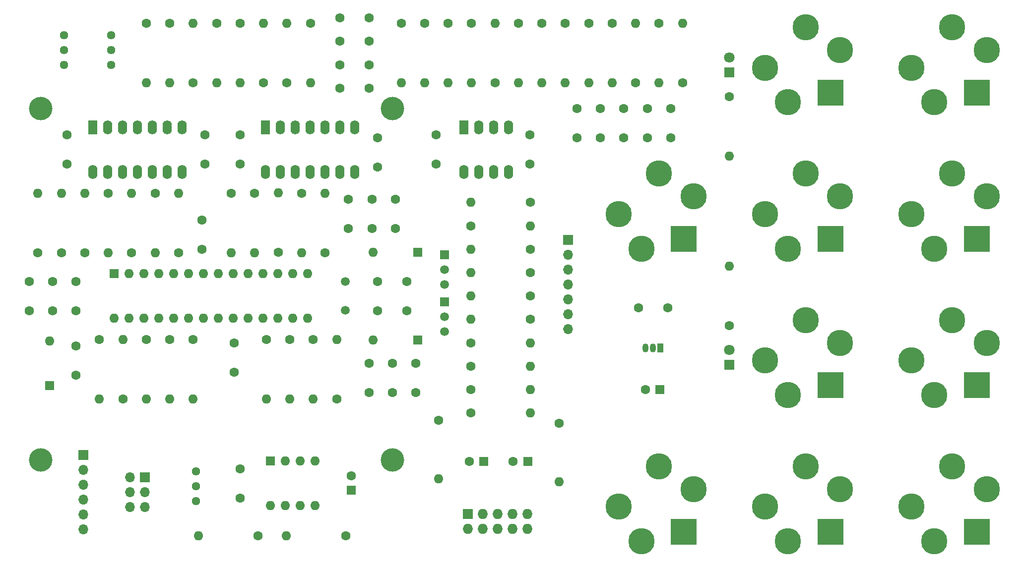
<source format=gbr>
G04 #@! TF.GenerationSoftware,KiCad,Pcbnew,(6.0.5)*
G04 #@! TF.CreationDate,2022-07-13T23:04:47-05:00*
G04 #@! TF.ProjectId,QuantizerBack,5175616e-7469-47a6-9572-4261636b2e6b,rev?*
G04 #@! TF.SameCoordinates,Original*
G04 #@! TF.FileFunction,Soldermask,Bot*
G04 #@! TF.FilePolarity,Negative*
%FSLAX46Y46*%
G04 Gerber Fmt 4.6, Leading zero omitted, Abs format (unit mm)*
G04 Created by KiCad (PCBNEW (6.0.5)) date 2022-07-13 23:04:47*
%MOMM*%
%LPD*%
G01*
G04 APERTURE LIST*
%ADD10C,4.500001*%
%ADD11R,4.500001X4.500001*%
%ADD12C,4.500000*%
%ADD13R,1.800000X1.800000*%
%ADD14C,1.800000*%
%ADD15C,4.000000*%
%ADD16R,1.700000X1.700000*%
%ADD17O,1.700000X1.700000*%
%ADD18C,1.600000*%
%ADD19O,1.600000X1.600000*%
%ADD20R,1.600000X1.600000*%
%ADD21C,1.500000*%
%ADD22R,1.600000X2.400000*%
%ADD23O,1.600000X2.400000*%
%ADD24C,1.440000*%
%ADD25R,1.050000X1.500000*%
%ADD26O,1.050000X1.500000*%
%ADD27R,1.500000X1.500000*%
%ADD28R,1.727200X1.727200*%
%ADD29O,1.727200X1.727200*%
G04 APERTURE END LIST*
D10*
G04 #@! TO.C,J8*
X225500000Y-106100000D03*
X231400000Y-110000000D03*
D11*
X229740000Y-117240000D03*
D12*
X218600000Y-113000000D03*
X222500000Y-118900000D03*
G04 #@! TD*
D13*
G04 #@! TO.C,D1*
X187500000Y-113775000D03*
D14*
X187500000Y-111235000D03*
G04 #@! TD*
D10*
G04 #@! TO.C,J13*
X175500000Y-131100000D03*
X181400000Y-135000000D03*
D11*
X179740000Y-142240000D03*
D12*
X168600000Y-138000000D03*
X172500000Y-143900000D03*
G04 #@! TD*
D10*
G04 #@! TO.C,J9*
X200500000Y-81100000D03*
X206400000Y-85000000D03*
D11*
X204740000Y-92240000D03*
D12*
X193600000Y-88000000D03*
X197500000Y-93900000D03*
G04 #@! TD*
D15*
G04 #@! TO.C,H4*
X70000000Y-130000000D03*
G04 #@! TD*
D10*
G04 #@! TO.C,J6*
X200500000Y-106100000D03*
X206400000Y-110000000D03*
D11*
X204740000Y-117240000D03*
D12*
X193600000Y-113000000D03*
X197500000Y-118900000D03*
G04 #@! TD*
D15*
G04 #@! TO.C,H3*
X130000000Y-130000000D03*
G04 #@! TD*
D10*
G04 #@! TO.C,J10*
X200500000Y-56100000D03*
X206400000Y-60000000D03*
D11*
X204740000Y-67240000D03*
D12*
X193600000Y-63000000D03*
X197500000Y-68900000D03*
G04 #@! TD*
D13*
G04 #@! TO.C,D3*
X187500000Y-63775000D03*
D14*
X187500000Y-61235000D03*
G04 #@! TD*
D16*
G04 #@! TO.C,J17*
X160000000Y-92375000D03*
D17*
X160000000Y-94915000D03*
X160000000Y-97455000D03*
X160000000Y-99995000D03*
X160000000Y-102535000D03*
X160000000Y-105075000D03*
X160000000Y-107615000D03*
G04 #@! TD*
D10*
G04 #@! TO.C,J11*
X225500000Y-81100000D03*
X231400000Y-85000000D03*
D11*
X229740000Y-92240000D03*
D12*
X218600000Y-88000000D03*
X222500000Y-93900000D03*
G04 #@! TD*
D10*
G04 #@! TO.C,J5*
X200500000Y-131100000D03*
X206400000Y-135000000D03*
D11*
X204740000Y-142240000D03*
D12*
X193600000Y-138000000D03*
X197500000Y-143900000D03*
G04 #@! TD*
D15*
G04 #@! TO.C,H2*
X70000000Y-70000000D03*
G04 #@! TD*
G04 #@! TO.C,H1*
X130000000Y-70000000D03*
G04 #@! TD*
D10*
G04 #@! TO.C,J14*
X175500000Y-81100000D03*
X181400000Y-85000000D03*
D11*
X179740000Y-92240000D03*
D12*
X168600000Y-88000000D03*
X172500000Y-93900000D03*
G04 #@! TD*
D10*
G04 #@! TO.C,J7*
X225500000Y-131100000D03*
X231400000Y-135000000D03*
D11*
X229740000Y-142240000D03*
D12*
X218600000Y-138000000D03*
X222500000Y-143900000D03*
G04 #@! TD*
D10*
G04 #@! TO.C,J12*
X225500000Y-56100000D03*
X231400000Y-60000000D03*
D11*
X229740000Y-67240000D03*
D12*
X218600000Y-63000000D03*
X222500000Y-68900000D03*
G04 #@! TD*
D18*
G04 #@! TO.C,R70*
X69500000Y-94580000D03*
D19*
X69500000Y-84420000D03*
G04 #@! TD*
D18*
G04 #@! TO.C,C33*
X72000000Y-99500000D03*
X72000000Y-104500000D03*
G04 #@! TD*
G04 #@! TO.C,R75*
X100000000Y-55420000D03*
D19*
X100000000Y-65580000D03*
G04 #@! TD*
D18*
G04 #@! TO.C,R2*
X96000000Y-109420000D03*
D19*
X96000000Y-119580000D03*
G04 #@! TD*
D20*
G04 #@! TO.C,D5*
X134310000Y-94500000D03*
D19*
X126690000Y-94500000D03*
G04 #@! TD*
D20*
G04 #@! TO.C,U1*
X82500000Y-98200000D03*
D19*
X85040000Y-98200000D03*
X87580000Y-98200000D03*
X90120000Y-98200000D03*
X92660000Y-98200000D03*
X95200000Y-98200000D03*
X97740000Y-98200000D03*
X100280000Y-98200000D03*
X102820000Y-98200000D03*
X105360000Y-98200000D03*
X107900000Y-98200000D03*
X110440000Y-98200000D03*
X112980000Y-98200000D03*
X115520000Y-98200000D03*
X115520000Y-105820000D03*
X112980000Y-105820000D03*
X110440000Y-105820000D03*
X107900000Y-105820000D03*
X105360000Y-105820000D03*
X102820000Y-105820000D03*
X100280000Y-105820000D03*
X97740000Y-105820000D03*
X95200000Y-105820000D03*
X92660000Y-105820000D03*
X90120000Y-105820000D03*
X87580000Y-105820000D03*
X85040000Y-105820000D03*
X82500000Y-105820000D03*
G04 #@! TD*
D21*
G04 #@! TO.C,Y1*
X122000000Y-99550000D03*
X122000000Y-104430000D03*
G04 #@! TD*
D18*
G04 #@! TO.C,R79*
X143420000Y-90000000D03*
D19*
X153580000Y-90000000D03*
G04 #@! TD*
D22*
G04 #@! TO.C,U6*
X108375000Y-73200000D03*
D23*
X110915000Y-73200000D03*
X113455000Y-73200000D03*
X115995000Y-73200000D03*
X118535000Y-73200000D03*
X121075000Y-73200000D03*
X123615000Y-73200000D03*
X123615000Y-80820000D03*
X121075000Y-80820000D03*
X118535000Y-80820000D03*
X115995000Y-80820000D03*
X113455000Y-80820000D03*
X110915000Y-80820000D03*
X108375000Y-80820000D03*
G04 #@! TD*
D20*
G04 #@! TO.C,C39*
X123000000Y-135182400D03*
D18*
X123000000Y-132682400D03*
G04 #@! TD*
G04 #@! TO.C,L1*
X158420000Y-123730000D03*
D19*
X158420000Y-133730000D03*
G04 #@! TD*
D18*
G04 #@! TO.C,R62*
X112500000Y-109420000D03*
D19*
X112500000Y-119580000D03*
G04 #@! TD*
D18*
G04 #@! TO.C,C20*
X122500000Y-85500000D03*
X122500000Y-90500000D03*
G04 #@! TD*
G04 #@! TO.C,R63*
X120500000Y-119580000D03*
D19*
X120500000Y-109420000D03*
G04 #@! TD*
D18*
G04 #@! TO.C,C21*
X126000000Y-118500000D03*
X126000000Y-113500000D03*
G04 #@! TD*
G04 #@! TO.C,R53*
X106500000Y-84420000D03*
D19*
X106500000Y-94580000D03*
G04 #@! TD*
D22*
G04 #@! TO.C,U7*
X78875000Y-73200000D03*
D23*
X81415000Y-73200000D03*
X83955000Y-73200000D03*
X86495000Y-73200000D03*
X89035000Y-73200000D03*
X91575000Y-73200000D03*
X94115000Y-73200000D03*
X94115000Y-80820000D03*
X91575000Y-80820000D03*
X89035000Y-80820000D03*
X86495000Y-80820000D03*
X83955000Y-80820000D03*
X81415000Y-80820000D03*
X78875000Y-80820000D03*
G04 #@! TD*
D18*
G04 #@! TO.C,R55*
X114500000Y-84420000D03*
D19*
X114500000Y-94580000D03*
G04 #@! TD*
D18*
G04 #@! TO.C,R85*
X107080000Y-143000000D03*
D19*
X96920000Y-143000000D03*
G04 #@! TD*
D18*
G04 #@! TO.C,C38*
X104000000Y-131500000D03*
X104000000Y-136500000D03*
G04 #@! TD*
G04 #@! TO.C,R68*
X73500000Y-94580000D03*
D19*
X73500000Y-84420000D03*
G04 #@! TD*
D18*
G04 #@! TO.C,R7*
X187500000Y-107080000D03*
D19*
X187500000Y-96920000D03*
G04 #@! TD*
D18*
G04 #@! TO.C,R82*
X89500000Y-84420000D03*
D19*
X89500000Y-94580000D03*
G04 #@! TD*
D24*
G04 #@! TO.C,RV1*
X82000000Y-62550000D03*
X82000000Y-60010000D03*
X82000000Y-57470000D03*
G04 #@! TD*
D20*
G04 #@! TO.C,C24*
X153102400Y-130230000D03*
D18*
X150602400Y-130230000D03*
G04 #@! TD*
D24*
G04 #@! TO.C,RV2*
X74000000Y-62550000D03*
X74000000Y-60010000D03*
X74000000Y-57470000D03*
G04 #@! TD*
D18*
G04 #@! TO.C,C26*
X126500000Y-90500000D03*
X126500000Y-85500000D03*
G04 #@! TD*
G04 #@! TO.C,R42*
X163500000Y-55420000D03*
D19*
X163500000Y-65580000D03*
G04 #@! TD*
D18*
G04 #@! TO.C,C18*
X165500000Y-75000000D03*
X165500000Y-70000000D03*
G04 #@! TD*
G04 #@! TO.C,R88*
X116000000Y-55420000D03*
D19*
X116000000Y-65580000D03*
G04 #@! TD*
D18*
G04 #@! TO.C,C30*
X177000000Y-104000000D03*
X172000000Y-104000000D03*
G04 #@! TD*
G04 #@! TO.C,C34*
X126000000Y-58500000D03*
X121000000Y-58500000D03*
G04 #@! TD*
G04 #@! TO.C,L2*
X137920000Y-123230000D03*
D19*
X137920000Y-133230000D03*
G04 #@! TD*
D18*
G04 #@! TO.C,C19*
X173500000Y-75000000D03*
X173500000Y-70000000D03*
G04 #@! TD*
G04 #@! TO.C,R69*
X92000000Y-55420000D03*
D19*
X92000000Y-65580000D03*
G04 #@! TD*
D25*
G04 #@! TO.C,U9*
X175770000Y-110860000D03*
D26*
X174500000Y-110860000D03*
X173230000Y-110860000D03*
G04 #@! TD*
D18*
G04 #@! TO.C,R83*
X108000000Y-65580000D03*
D19*
X108000000Y-55420000D03*
G04 #@! TD*
D18*
G04 #@! TO.C,R64*
X77500000Y-94580000D03*
D19*
X77500000Y-84420000D03*
G04 #@! TD*
D18*
G04 #@! TO.C,R87*
X112000000Y-65580000D03*
D19*
X112000000Y-55420000D03*
G04 #@! TD*
D18*
G04 #@! TO.C,C14*
X177500000Y-75000000D03*
X177500000Y-70000000D03*
G04 #@! TD*
G04 #@! TO.C,R81*
X104000000Y-55420000D03*
D19*
X104000000Y-65580000D03*
G04 #@! TD*
D18*
G04 #@! TO.C,R1*
X143420000Y-122000000D03*
D19*
X153580000Y-122000000D03*
G04 #@! TD*
D18*
G04 #@! TO.C,R44*
X143420000Y-110000000D03*
D19*
X153580000Y-110000000D03*
G04 #@! TD*
D16*
G04 #@! TO.C,J1*
X87775000Y-132975000D03*
D17*
X85235000Y-132975000D03*
X87775000Y-135515000D03*
X85235000Y-135515000D03*
X87775000Y-138055000D03*
X85235000Y-138055000D03*
G04 #@! TD*
D18*
G04 #@! TO.C,R66*
X153580000Y-94000000D03*
D19*
X143420000Y-94000000D03*
G04 #@! TD*
D20*
G04 #@! TO.C,U10*
X109200000Y-130200000D03*
D19*
X111740000Y-130200000D03*
X114280000Y-130200000D03*
X116820000Y-130200000D03*
X116820000Y-137820000D03*
X114280000Y-137820000D03*
X111740000Y-137820000D03*
X109200000Y-137820000D03*
G04 #@! TD*
D18*
G04 #@! TO.C,R67*
X88000000Y-55420000D03*
D19*
X88000000Y-65580000D03*
G04 #@! TD*
D18*
G04 #@! TO.C,R6*
X108500000Y-109420000D03*
D19*
X108500000Y-119580000D03*
G04 #@! TD*
D18*
G04 #@! TO.C,C35*
X68000000Y-104500000D03*
X68000000Y-99500000D03*
G04 #@! TD*
G04 #@! TO.C,R80*
X179500000Y-65580000D03*
D19*
X179500000Y-55420000D03*
G04 #@! TD*
D18*
G04 #@! TO.C,R50*
X155500000Y-55420000D03*
D19*
X155500000Y-65580000D03*
G04 #@! TD*
D16*
G04 #@! TO.C,J2*
X77235000Y-129165000D03*
D17*
X77235000Y-131705000D03*
X77235000Y-134245000D03*
X77235000Y-136785000D03*
X77235000Y-139325000D03*
X77235000Y-141865000D03*
G04 #@! TD*
D18*
G04 #@! TO.C,R56*
X84000000Y-119580000D03*
D19*
X84000000Y-109420000D03*
G04 #@! TD*
D18*
G04 #@! TO.C,R52*
X153580000Y-102000000D03*
D19*
X143420000Y-102000000D03*
G04 #@! TD*
D18*
G04 #@! TO.C,R41*
X167500000Y-55420000D03*
D19*
X167500000Y-65580000D03*
G04 #@! TD*
D18*
G04 #@! TO.C,R51*
X143500000Y-55420000D03*
D19*
X143500000Y-65580000D03*
G04 #@! TD*
D18*
G04 #@! TO.C,R45*
X171500000Y-65580000D03*
D19*
X171500000Y-55420000D03*
G04 #@! TD*
D18*
G04 #@! TO.C,C1*
X97500000Y-89000000D03*
X97500000Y-94000000D03*
G04 #@! TD*
G04 #@! TO.C,C37*
X130500000Y-90500000D03*
X130500000Y-85500000D03*
G04 #@! TD*
G04 #@! TO.C,C32*
X126000000Y-54500000D03*
X121000000Y-54500000D03*
G04 #@! TD*
G04 #@! TO.C,R46*
X159500000Y-55420000D03*
D19*
X159500000Y-65580000D03*
G04 #@! TD*
D18*
G04 #@! TO.C,R58*
X80000000Y-109420000D03*
D19*
X80000000Y-119580000D03*
G04 #@! TD*
D20*
G04 #@! TO.C,C31*
X175682400Y-118000000D03*
D18*
X173182400Y-118000000D03*
G04 #@! TD*
G04 #@! TO.C,R47*
X147500000Y-65580000D03*
D19*
X147500000Y-55420000D03*
G04 #@! TD*
D18*
G04 #@! TO.C,R72*
X81500000Y-84420000D03*
D19*
X81500000Y-94580000D03*
G04 #@! TD*
D22*
G04 #@! TO.C,U8*
X142200000Y-73200000D03*
D23*
X144740000Y-73200000D03*
X147280000Y-73200000D03*
X149820000Y-73200000D03*
X149820000Y-80820000D03*
X147280000Y-80820000D03*
X144740000Y-80820000D03*
X142200000Y-80820000D03*
G04 #@! TD*
D18*
G04 #@! TO.C,R57*
X110500000Y-94500000D03*
D19*
X110500000Y-84340000D03*
G04 #@! TD*
D18*
G04 #@! TO.C,R59*
X118500000Y-94580000D03*
D19*
X118500000Y-84420000D03*
G04 #@! TD*
D18*
G04 #@! TO.C,C3*
X132500000Y-104500000D03*
X127500000Y-104500000D03*
G04 #@! TD*
G04 #@! TO.C,R71*
X96000000Y-65580000D03*
D19*
X96000000Y-55420000D03*
G04 #@! TD*
D18*
G04 #@! TO.C,C36*
X126000000Y-62500000D03*
X121000000Y-62500000D03*
G04 #@! TD*
D24*
G04 #@! TO.C,RV3*
X96500000Y-131950000D03*
X96500000Y-134490000D03*
X96500000Y-137030000D03*
G04 #@! TD*
D18*
G04 #@! TO.C,C5*
X76000000Y-110500000D03*
X76000000Y-115500000D03*
G04 #@! TD*
G04 #@! TO.C,C23*
X153500000Y-74500000D03*
X153500000Y-79500000D03*
G04 #@! TD*
G04 #@! TO.C,R4*
X92000000Y-109420000D03*
D19*
X92000000Y-119580000D03*
G04 #@! TD*
D18*
G04 #@! TO.C,R76*
X85500000Y-94580000D03*
D19*
X85500000Y-84420000D03*
G04 #@! TD*
D18*
G04 #@! TO.C,R86*
X122080000Y-143000000D03*
D19*
X111920000Y-143000000D03*
G04 #@! TD*
D18*
G04 #@! TO.C,C22*
X137500000Y-79500000D03*
X137500000Y-74500000D03*
G04 #@! TD*
D27*
G04 #@! TO.C,Q2*
X138860000Y-94960000D03*
D21*
X138860000Y-97500000D03*
X138860000Y-100040000D03*
G04 #@! TD*
D18*
G04 #@! TO.C,R74*
X153580000Y-86000000D03*
D19*
X143420000Y-86000000D03*
G04 #@! TD*
D18*
G04 #@! TO.C,C27*
X134000000Y-113500000D03*
X134000000Y-118500000D03*
G04 #@! TD*
G04 #@! TO.C,C2*
X103000000Y-110000000D03*
X103000000Y-115000000D03*
G04 #@! TD*
G04 #@! TO.C,R43*
X151500000Y-55420000D03*
D19*
X151500000Y-65580000D03*
G04 #@! TD*
D28*
G04 #@! TO.C,J15*
X142920000Y-139230000D03*
D29*
X142920000Y-141770000D03*
X145460000Y-139230000D03*
X145460000Y-141770000D03*
X148000000Y-139230000D03*
X148000000Y-141770000D03*
X150540000Y-139230000D03*
X150540000Y-141770000D03*
X153080000Y-139230000D03*
X153080000Y-141770000D03*
G04 #@! TD*
D18*
G04 #@! TO.C,R48*
X153580000Y-106000000D03*
D19*
X143420000Y-106000000D03*
G04 #@! TD*
D18*
G04 #@! TO.C,R65*
X153580000Y-98000000D03*
D19*
X143420000Y-98000000D03*
G04 #@! TD*
D18*
G04 #@! TO.C,C4*
X132500000Y-99500000D03*
X127500000Y-99500000D03*
G04 #@! TD*
G04 #@! TO.C,R73*
X139500000Y-55420000D03*
D19*
X139500000Y-65580000D03*
G04 #@! TD*
D18*
G04 #@! TO.C,R78*
X131500000Y-55420000D03*
D19*
X131500000Y-65580000D03*
G04 #@! TD*
D18*
G04 #@! TO.C,C11*
X127500000Y-80000000D03*
X127500000Y-75000000D03*
G04 #@! TD*
G04 #@! TO.C,C28*
X126000000Y-66500000D03*
X121000000Y-66500000D03*
G04 #@! TD*
G04 #@! TO.C,R49*
X175500000Y-55420000D03*
D19*
X175500000Y-65580000D03*
G04 #@! TD*
D18*
G04 #@! TO.C,R84*
X93500000Y-94580000D03*
D19*
X93500000Y-84420000D03*
G04 #@! TD*
D18*
G04 #@! TO.C,R54*
X102500000Y-84420000D03*
D19*
X102500000Y-94580000D03*
G04 #@! TD*
D18*
G04 #@! TO.C,C17*
X98000000Y-79500000D03*
X98000000Y-74500000D03*
G04 #@! TD*
G04 #@! TO.C,R3*
X143420000Y-118000000D03*
D19*
X153580000Y-118000000D03*
G04 #@! TD*
D20*
G04 #@! TO.C,C25*
X145602400Y-130230000D03*
D18*
X143102400Y-130230000D03*
G04 #@! TD*
G04 #@! TO.C,R77*
X135500000Y-55420000D03*
D19*
X135500000Y-65580000D03*
G04 #@! TD*
D18*
G04 #@! TO.C,C15*
X130000000Y-113500000D03*
X130000000Y-118500000D03*
G04 #@! TD*
G04 #@! TO.C,R5*
X143420000Y-114000000D03*
D19*
X153580000Y-114000000D03*
G04 #@! TD*
D18*
G04 #@! TO.C,C13*
X169500000Y-75000000D03*
X169500000Y-70000000D03*
G04 #@! TD*
D20*
G04 #@! TO.C,D2*
X71500000Y-117310000D03*
D19*
X71500000Y-109690000D03*
G04 #@! TD*
D18*
G04 #@! TO.C,C10*
X104000000Y-74500000D03*
X104000000Y-79500000D03*
G04 #@! TD*
D27*
G04 #@! TO.C,Q1*
X138860000Y-102960000D03*
D21*
X138860000Y-105500000D03*
X138860000Y-108040000D03*
G04 #@! TD*
D18*
G04 #@! TO.C,C12*
X161500000Y-75000000D03*
X161500000Y-70000000D03*
G04 #@! TD*
D20*
G04 #@! TO.C,D4*
X134310000Y-109500000D03*
D19*
X126690000Y-109500000D03*
G04 #@! TD*
D18*
G04 #@! TO.C,C29*
X76000000Y-99500000D03*
X76000000Y-104500000D03*
G04 #@! TD*
G04 #@! TO.C,R61*
X116500000Y-109420000D03*
D19*
X116500000Y-119580000D03*
G04 #@! TD*
D18*
G04 #@! TO.C,C16*
X74500000Y-74500000D03*
X74500000Y-79500000D03*
G04 #@! TD*
G04 #@! TO.C,R8*
X187500000Y-67920000D03*
D19*
X187500000Y-78080000D03*
G04 #@! TD*
D18*
G04 #@! TO.C,R60*
X88000000Y-109420000D03*
D19*
X88000000Y-119580000D03*
G04 #@! TD*
M02*

</source>
